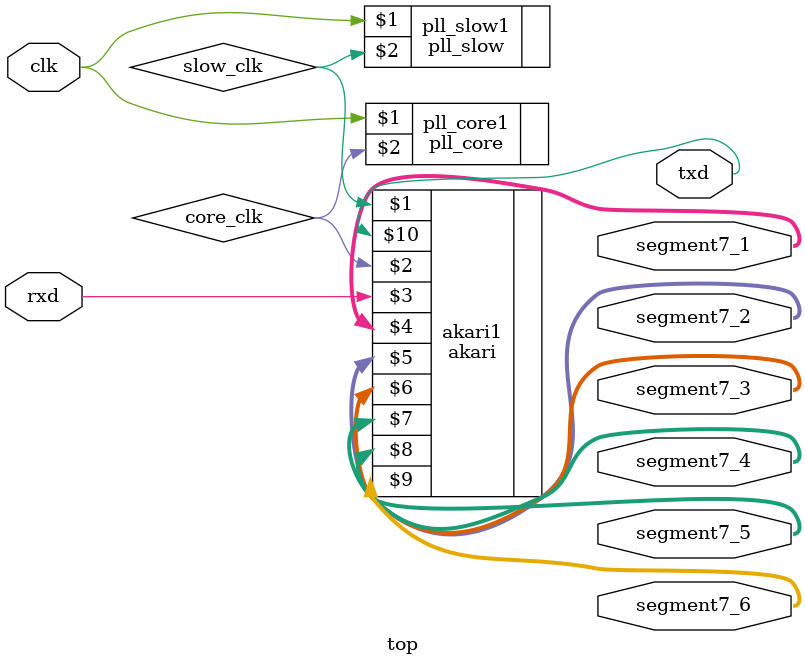
<source format=v>
module top(clk,rxd,segment7_1,segment7_2,segment7_3,segment7_4,segment7_5,segment7_6,txd);
    input clk;
    input rxd;
    output [6:0] segment7_1;
    output [6:0] segment7_2;
    output [6:0] segment7_3;
    output [6:0] segment7_4;
    output [6:0] segment7_5;
    output [6:0] segment7_6;
    output txd;

    wire slow_clk;
    wire core_clk;
    akari akari1(slow_clk,core_clk,rxd,segment7_1,segment7_2,segment7_3,segment7_4,segment7_5,segment7_6,txd);
    pll_slow pll_slow1(clk,slow_clk);
    pll_core pll_core1(clk,core_clk);
endmodule

</source>
